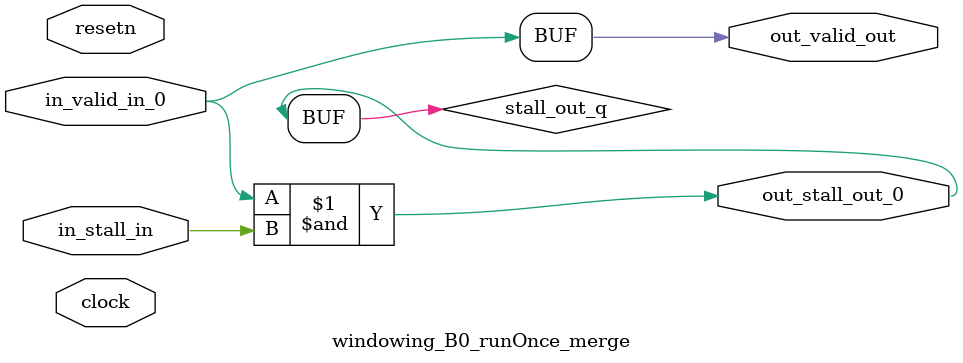
<source format=sv>



(* altera_attribute = "-name AUTO_SHIFT_REGISTER_RECOGNITION OFF; -name MESSAGE_DISABLE 10036; -name MESSAGE_DISABLE 10037; -name MESSAGE_DISABLE 14130; -name MESSAGE_DISABLE 14320; -name MESSAGE_DISABLE 15400; -name MESSAGE_DISABLE 14130; -name MESSAGE_DISABLE 10036; -name MESSAGE_DISABLE 12020; -name MESSAGE_DISABLE 12030; -name MESSAGE_DISABLE 12010; -name MESSAGE_DISABLE 12110; -name MESSAGE_DISABLE 14320; -name MESSAGE_DISABLE 13410; -name MESSAGE_DISABLE 113007; -name MESSAGE_DISABLE 10958" *)
module windowing_B0_runOnce_merge (
    input wire [0:0] in_stall_in,
    input wire [0:0] in_valid_in_0,
    output wire [0:0] out_stall_out_0,
    output wire [0:0] out_valid_out,
    input wire clock,
    input wire resetn
    );

    wire [0:0] stall_out_q;


    // stall_out(LOGICAL,6)
    assign stall_out_q = in_valid_in_0 & in_stall_in;

    // out_stall_out_0(GPOUT,4)
    assign out_stall_out_0 = stall_out_q;

    // out_valid_out(GPOUT,5)
    assign out_valid_out = in_valid_in_0;

endmodule

</source>
